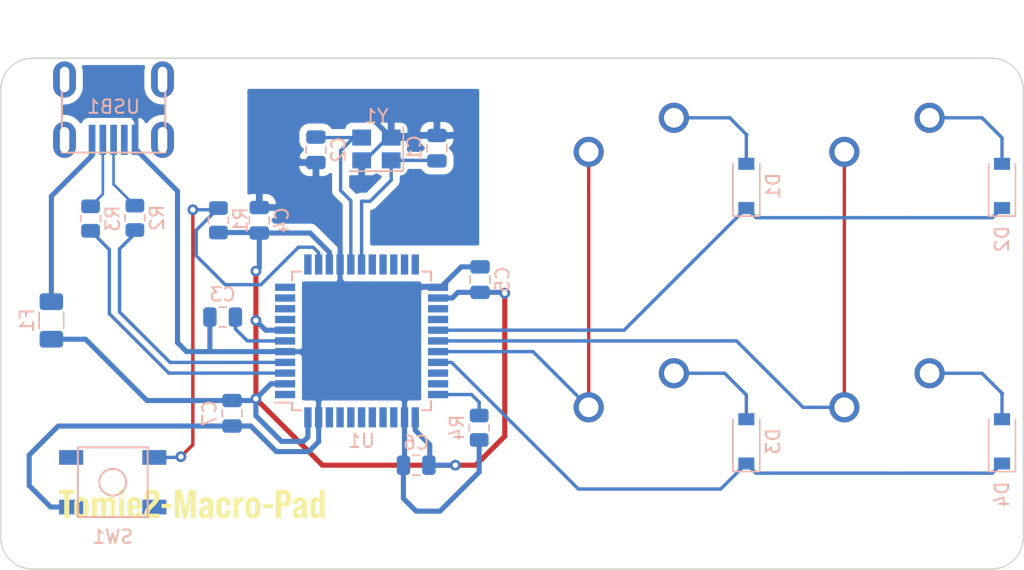
<source format=kicad_pcb>
(kicad_pcb (version 20211014) (generator pcbnew)
  (layers (0 "F.Cu" signal) (31 "B.Cu" signal) (34 "B.Paste" user) (35 "F.Paste" user) (36 "B.SilkS" user "B.Silkscreen") (37 "F.SilkS" user "F.Silkscreen") (38 "B.Mask" user) (39 "F.Mask" user) (44 "Edge.Cuts" user))
  (net 0 "")
  (net 1 "GND")
  (net 2 "Net-(C1-Pad2)")
  (net 3 "Net-(C2-Pad2)")
  (net 4 "Net-(C3-Pad1)")
  (net 5 "+5V")
  (net 6 "ROW0")
  (net 7 "Net-(D1-Pad2)")
  (net 8 "Net-(D2-Pad2)")
  (net 9 "ROW1")
  (net 10 "Net-(D3-Pad2)")
  (net 11 "Net-(D4-Pad2)")
  (net 12 "VCC")
  (net 13 "COL0")
  (net 14 "COL1")
  (net 15 "Net-(R1-Pad2)")
  (net 16 "Net-(R2-Pad1)")
  (net 17 "D+")
  (net 18 "Net-(R3-Pad1)")
  (net 19 "D-")
  (net 20 "Net-(R4-Pad1)")
  (footprint "MX_Only:MXOnly-1U-NoLED" (layer "F.Cu") (at 108.74375 117.475)
    (fp_text reference "MX4")
    (fp_text value "MX-NoLED")
    (pad "" np_thru_hole circle locked (at 5.08 0 48.0996) (size 1.75 1.75) (drill 1.75) (layers *.Cu *.Mask))
    (pad "" np_thru_hole circle locked (at 0 0) (size 3.9878 3.9878) (drill 3.9878) (layers *.Cu *.Mask))
    (pad "" np_thru_hole circle locked (at -5.08 0 48.0996) (size 1.75 1.75) (drill 1.75) (layers *.Cu *.Mask))
    (pad "1" thru_hole circle locked (at -3.81 -2.54) (size 2.25 2.25) (drill 1.47) (layers *.Cu "B.Mask") (net 14 "COL1"))
    (pad "2" thru_hole circle locked (at 2.54 -5.08) (size 2.25 2.25) (drill 1.47) (layers *.Cu "B.Mask") (net 11 "Net-(D4-Pad2)"))
  )
  (footprint "MX_Only:MXOnly-1U-NoLED" (layer "F.Cu") (at 89.69375 98.425)
    (fp_text reference "MX1")
    (fp_text value "MX-NoLED")
    (pad "" np_thru_hole circle locked (at -5.08 0 48.0996) (size 1.75 1.75) (drill 1.75) (layers *.Cu *.Mask))
    (pad "" np_thru_hole circle locked (at 5.08 0 48.0996) (size 1.75 1.75) (drill 1.75) (layers *.Cu *.Mask))
    (pad "" np_thru_hole circle locked (at 0 0) (size 3.9878 3.9878) (drill 3.9878) (layers *.Cu *.Mask))
    (pad "1" thru_hole circle locked (at -3.81 -2.54) (size 2.25 2.25) (drill 1.47) (layers *.Cu "B.Mask") (net 13 "COL0"))
    (pad "2" thru_hole circle locked (at 2.54 -5.08) (size 2.25 2.25) (drill 1.47) (layers *.Cu "B.Mask") (net 7 "Net-(D1-Pad2)"))
  )
  (footprint "MX_Only:MXOnly-1U-NoLED" (layer "F.Cu") (at 89.69375 117.475)
    (fp_text reference "MX3")
    (fp_text value "MX-NoLED")
    (pad "" np_thru_hole circle locked (at -5.08 0 48.0996) (size 1.75 1.75) (drill 1.75) (layers *.Cu *.Mask))
    (pad "" np_thru_hole circle locked (at 5.08 0 48.0996) (size 1.75 1.75) (drill 1.75) (layers *.Cu *.Mask))
    (pad "" np_thru_hole circle locked (at 0 0) (size 3.9878 3.9878) (drill 3.9878) (layers *.Cu *.Mask))
    (pad "1" thru_hole circle locked (at -3.81 -2.54) (size 2.25 2.25) (drill 1.47) (layers *.Cu "B.Mask") (net 13 "COL0"))
    (pad "2" thru_hole circle locked (at 2.54 -5.08) (size 2.25 2.25) (drill 1.47) (layers *.Cu "B.Mask") (net 10 "Net-(D3-Pad2)"))
  )
  (footprint "LOGO" (layer "F.Cu") (at 56.35625 122.2375)
    (fp_text reference "G***" hide)
    (fp_text value "LOGO" hide)
  )
  (footprint "MX_Only:MXOnly-1U-NoLED" (layer "F.Cu") (at 108.74375 98.425)
    (fp_text reference "MX2")
    (fp_text value "MX-NoLED")
    (pad "" np_thru_hole circle locked (at -5.08 0 48.0996) (size 1.75 1.75) (drill 1.75) (layers *.Cu *.Mask))
    (pad "" np_thru_hole circle locked (at 0 0) (size 3.9878 3.9878) (drill 3.9878) (layers *.Cu *.Mask))
    (pad "" np_thru_hole circle locked (at 5.08 0 48.0996) (size 1.75 1.75) (drill 1.75) (layers *.Cu *.Mask))
    (pad "1" thru_hole circle locked (at -3.81 -2.54) (size 2.25 2.25) (drill 1.47) (layers *.Cu "B.Mask") (net 14 "COL1"))
    (pad "2" thru_hole circle locked (at 2.54 -5.08) (size 2.25 2.25) (drill 1.47) (layers *.Cu "B.Mask") (net 8 "Net-(D2-Pad2)"))
  )
  (footprint "Diode_SMD:D_SOD-123" (layer "B.Cu") (at 97.63125 98.425 90)
    (fp_text reference "D1" (at 0 2 90) (layer "B.SilkS") (effects (justify mirror)))
    (fp_text value "SOD-123")
    (pad "1" smd rect (at -1.65 0 90) (size 0.9 1.2) (layers "B.Cu" "B.Paste" "B.Mask") (net 6 "ROW0"))
    (pad "2" smd rect (at 1.65 0 90) (size 0.9 1.2) (layers "B.Cu" "B.Paste" "B.Mask") (net 7 "Net-(D1-Pad2)"))
  )
  (footprint "Resistor_SMD:R_0805_2012Metric" (layer "B.Cu") (at 48.768 100.8615 90)
    (fp_text reference "R3" (at 0 1.65 90) (layer "B.SilkS") (effects (justify mirror)))
    (fp_text value "22")
    (pad "1" smd roundrect (at -0.9125 0 90) (size 1.025 1.4) (layers "B.Cu" "B.Paste" "B.Mask") (roundrect_rratio 0.243902439) (net 18 "Net-(R3-Pad1)"))
    (pad "2" smd roundrect (at 0.9125 0 90) (size 1.025 1.4) (layers "B.Cu" "B.Paste" "B.Mask") (roundrect_rratio 0.243902439) (net 19 "D-"))
  )
  (footprint "Capacitor_SMD:C_0805_2012Metric" (layer "B.Cu") (at 74.576 95.609 -90)
    (fp_text reference "C1" (at 0 1.68 90) (layer "B.SilkS") (effects (justify mirror)))
    (fp_text value "22pF")
    (pad "1" smd roundrect (at -0.95 0 270) (size 1 1.45) (layers "B.Cu" "B.Paste" "B.Mask") (net 1 "GND"))
    (pad "2" smd roundrect (at 0.95 0 270) (size 1 1.45) (layers "B.Cu" "B.Paste" "B.Mask") (net 2 "Net-(C1-Pad2)"))
  )
  (footprint "Diode_SMD:D_SOD-123" (layer "B.Cu") (at 116.68125 98.425 90)
    (fp_text reference "D2" (at -3.96875 0 90) (layer "B.SilkS") (effects (justify mirror)))
    (fp_text value "SOD-123")
    (pad "1" smd rect (at -1.65 0 90) (size 0.9 1.2) (layers "B.Cu" "B.Paste" "B.Mask") (net 6 "ROW0"))
    (pad "2" smd rect (at 1.65 0 90) (size 0.9 1.2) (layers "B.Cu" "B.Paste" "B.Mask") (net 8 "Net-(D2-Pad2)"))
  )
  (footprint "random-keyboard-parts:SKQG-1155865" (layer "B.Cu") (at 50.419 120.523 180)
    (fp_text reference "SW1" (at 0 -4.064) (layer "B.SilkS") (effects (justify mirror)))
    (fp_text value "SW_Push")
    (pad "1" smd rect locked (at 3.1 -1.85 180) (size 1.8 1.1) (layers "B.Cu" "B.Paste" "B.Mask") (net 1 "GND"))
    (pad "2" smd rect locked (at -3.1 1.85 180) (size 1.8 1.1) (layers "B.Cu" "B.Paste" "B.Mask") (net 15 "Net-(R1-Pad2)"))
    (pad "3" smd rect locked (at 3.1 1.85 180) (size 1.8 1.1) (layers "B.Cu" "B.Paste" "B.Mask"))
    (pad "4" smd rect locked (at -3.1 -1.85 180) (size 1.8 1.1) (layers "B.Cu" "B.Paste" "B.Mask"))
  )
  (footprint "Diode_SMD:D_SOD-123" (layer "B.Cu") (at 116.68125 117.475 90)
    (fp_text reference "D4" (at -3.96875 0 90) (layer "B.SilkS") (effects (justify mirror)))
    (fp_text value "SOD-123")
    (pad "1" smd rect (at -1.65 0 90) (size 0.9 1.2) (layers "B.Cu" "B.Paste" "B.Mask") (net 9 "ROW1"))
    (pad "2" smd rect (at 1.65 0 90) (size 0.9 1.2) (layers "B.Cu" "B.Paste" "B.Mask") (net 11 "Net-(D4-Pad2)"))
  )
  (footprint "Capacitor_SMD:C_0805_2012Metric" (layer "B.Cu") (at 59.309 115.382 -90)
    (fp_text reference "C7" (at 0 1.68 90) (layer "B.SilkS") (effects (justify mirror)))
    (fp_text value "10uF")
    (pad "1" smd roundrect (at -0.95 0 270) (size 1 1.45) (layers "B.Cu" "B.Paste" "B.Mask") (net 5 "+5V"))
    (pad "2" smd roundrect (at 0.95 0 270) (size 1 1.45) (layers "B.Cu" "B.Paste" "B.Mask") (net 1 "GND"))
  )
  (footprint "Capacitor_SMD:C_0805_2012Metric" (layer "B.Cu") (at 77.7875 105.4125 90)
    (fp_text reference "C5" (at 0 1.68 90) (layer "B.SilkS") (effects (justify mirror)))
    (fp_text value "0.1uF")
    (pad "1" smd roundrect (at -0.95 0 90) (size 1 1.45) (layers "B.Cu" "B.Paste" "B.Mask") (net 5 "+5V"))
    (pad "2" smd roundrect (at 0.95 0 90) (size 1 1.45) (layers "B.Cu" "B.Paste" "B.Mask") (net 1 "GND"))
  )
  (footprint "random-keyboard-parts:Molex-0548190589" (layer "B.Cu") (at 50.48125 90.4875 -90)
    (fp_text reference "USB1" (at 2.032 0) (layer "B.SilkS") (effects (justify mirror)))
    (fp_text value "Molex-0548190589")
    (pad "1" smd rect locked (at 4.5 -1.6 270) (size 2.25 0.5) (layers "B.Cu" "B.Paste" "B.Mask") (net 1 "GND"))
    (pad "2" smd rect locked (at 4.5 -0.8 270) (size 2.25 0.5) (layers "B.Cu" "B.Paste" "B.Mask"))
    (pad "3" smd rect locked (at 4.5 0 270) (size 2.25 0.5) (layers "B.Cu" "B.Paste" "B.Mask") (net 17 "D+"))
    (pad "4" smd rect locked (at 4.5 0.8 270) (size 2.25 0.5) (layers "B.Cu" "B.Paste" "B.Mask") (net 19 "D-"))
    (pad "5" smd rect locked (at 4.5 1.6 270) (size 2.25 0.5) (layers "B.Cu" "B.Paste" "B.Mask") (net 12 "VCC"))
    (pad "6" thru_hole oval locked (at 4.5 -3.65 270) (size 2.7 1.7) (drill oval 1.9 0.7) (layers *.Cu *.Mask))
    (pad "6" thru_hole oval locked (at 4.5 3.65 270) (size 2.7 1.7) (drill oval 1.9 0.7) (layers *.Cu *.Mask))
    (pad "6" thru_hole oval locked (at 0 3.65 270) (size 2.7 1.7) (drill oval 1.9 0.7) (layers *.Cu *.Mask))
    (pad "6" thru_hole oval locked (at 0 -3.65 270) (size 2.7 1.7) (drill oval 1.9 0.7) (layers *.Cu *.Mask))
  )
  (footprint "Resistor_SMD:R_0805_2012Metric" (layer "B.Cu") (at 58.293 100.9885 90)
    (fp_text reference "R1" (at 0 1.65 90) (layer "B.SilkS") (effects (justify mirror)))
    (fp_text value "10k")
    (pad "1" smd roundrect (at -0.9125 0 90) (size 1.025 1.4) (layers "B.Cu" "B.Paste" "B.Mask") (roundrect_rratio 0.243902439) (net 5 "+5V"))
    (pad "2" smd roundrect (at 0.9125 0 90) (size 1.025 1.4) (layers "B.Cu" "B.Paste" "B.Mask") (roundrect_rratio 0.243902439) (net 15 "Net-(R1-Pad2)"))
  )
  (footprint "Crystal:Crystal_SMD_3225-4Pin_3.2x2.5mm" (layer "B.Cu") (at 70.0675 95.67 180)
    (fp_text reference "Y1" (at 0 2.45) (layer "B.SilkS") (effects (justify mirror)))
    (fp_text value "16MHz")
    (pad "1" smd rect (at -1.1 -0.85 180) (size 1.4 1.2) (layers "B.Cu" "B.Paste" "B.Mask") (net 2 "Net-(C1-Pad2)"))
    (pad "2" smd rect (at 1.1 -0.85 180) (size 1.4 1.2) (layers "B.Cu" "B.Paste" "B.Mask") (net 1 "GND"))
    (pad "3" smd rect (at 1.1 0.85 180) (size 1.4 1.2) (layers "B.Cu" "B.Paste" "B.Mask") (net 3 "Net-(C2-Pad2)"))
    (pad "4" smd rect (at -1.1 0.85 180) (size 1.4 1.2) (layers "B.Cu" "B.Paste" "B.Mask") (net 1 "GND"))
  )
  (footprint "Resistor_SMD:R_0805_2012Metric" (layer "B.Cu") (at 77.724 116.459 -90)
    (fp_text reference "R4" (at 0 1.65 90) (layer "B.SilkS") (effects (justify mirror)))
    (fp_text value "10k")
    (pad "1" smd roundrect (at -0.9125 0 270) (size 1.025 1.4) (layers "B.Cu" "B.Paste" "B.Mask") (roundrect_rratio 0.243902439) (net 20 "Net-(R4-Pad1)"))
    (pad "2" smd roundrect (at 0.9125 0 270) (size 1.025 1.4) (layers "B.Cu" "B.Paste" "B.Mask") (roundrect_rratio 0.243902439) (net 1 "GND"))
  )
  (footprint "Capacitor_SMD:C_0805_2012Metric" (layer "B.Cu") (at 65.559 95.731 90)
    (fp_text reference "C2" (at 0 1.68 90) (layer "B.SilkS") (effects (justify mirror)))
    (fp_text value "22pF")
    (pad "1" smd roundrect (at -0.95 0 90) (size 1 1.45) (layers "B.Cu" "B.Paste" "B.Mask") (net 1 "GND"))
    (pad "2" smd roundrect (at 0.95 0 90) (size 1 1.45) (layers "B.Cu" "B.Paste" "B.Mask") (net 3 "Net-(C2-Pad2)"))
  )
  (footprint "Resistor_SMD:R_0805_2012Metric" (layer "B.Cu") (at 52.07 100.80625 90)
    (fp_text reference "R2" (at 0 1.65 90) (layer "B.SilkS") (effects (justify mirror)))
    (fp_text value "22")
    (pad "1" smd roundrect (at -0.9125 0 90) (size 1.025 1.4) (layers "B.Cu" "B.Paste" "B.Mask") (roundrect_rratio 0.243902439) (net 16 "Net-(R2-Pad1)"))
    (pad "2" smd roundrect (at 0.9125 0 90) (size 1.025 1.4) (layers "B.Cu" "B.Paste" "B.Mask") (roundrect_rratio 0.243902439) (net 17 "D+"))
  )
  (footprint "Capacitor_SMD:C_0805_2012Metric" (layer "B.Cu") (at 58.608 108.204 180)
    (fp_text reference "C3" (at 0 1.68) (layer "B.SilkS") (effects (justify mirror)))
    (fp_text value "1uF")
    (pad "1" smd roundrect (at -0.95 0 180) (size 1 1.45) (layers "B.Cu" "B.Paste" "B.Mask") (net 4 "Net-(C3-Pad1)"))
    (pad "2" smd roundrect (at 0.95 0 180) (size 1 1.45) (layers "B.Cu" "B.Paste" "B.Mask") (net 1 "GND"))
  )
  (footprint "Capacitor_SMD:C_0805_2012Metric" (layer "B.Cu") (at 73.0275 119.2555 180)
    (fp_text reference "C6" (at 0 1.68) (layer "B.SilkS") (effects (justify mirror)))
    (fp_text value "0.1uF")
    (pad "1" smd roundrect (at -0.95 0 180) (size 1 1.45) (layers "B.Cu" "B.Paste" "B.Mask") (net 5 "+5V"))
    (pad "2" smd roundrect (at 0.95 0 180) (size 1 1.45) (layers "B.Cu" "B.Paste" "B.Mask") (net 1 "GND"))
  )
  (footprint "Package_QFP:TQFP-44_10x10mm_P0.8mm" (layer "B.Cu") (at 68.961 109.9845)
    (fp_text reference "U1" (at 0 7.45) (layer "B.SilkS") (effects (justify mirror)))
    (fp_text value "ATmega32U4-A")
    (pad "1" smd rect (at -5.7 4) (size 1.5 0.55) (layers "B.Cu" "B.Paste" "B.Mask"))
    (pad "2" smd rect (at -5.7 3.2) (size 1.5 0.55) (layers "B.Cu" "B.Paste" "B.Mask") (net 5 "+5V"))
    (pad "3" smd rect (at -5.7 2.4) (size 1.5 0.55) (layers "B.Cu" "B.Paste" "B.Mask") (net 18 "Net-(R3-Pad1)"))
    (pad "4" smd rect (at -5.7 1.6) (size 1.5 0.55) (layers "B.Cu" "B.Paste" "B.Mask") (net 16 "Net-(R2-Pad1)"))
    (pad "5" smd rect (at -5.7 0.8) (size 1.5 0.55) (layers "B.Cu" "B.Paste" "B.Mask") (net 1 "GND"))
    (pad "6" smd rect (at -5.7 0) (size 1.5 0.55) (layers "B.Cu" "B.Paste" "B.Mask") (net 4 "Net-(C3-Pad1)"))
    (pad "7" smd rect (at -5.7 -0.8) (size 1.5 0.55) (layers "B.Cu" "B.Paste" "B.Mask") (net 5 "+5V"))
    (pad "8" smd rect (at -5.7 -1.6) (size 1.5 0.55) (layers "B.Cu" "B.Paste" "B.Mask"))
    (pad "9" smd rect (at -5.7 -2.4) (size 1.5 0.55) (layers "B.Cu" "B.Paste" "B.Mask"))
    (pad "10" smd rect (at -5.7 -3.2) (size 1.5 0.55) (layers "B.Cu" "B.Paste" "B.Mask"))
    (pad "11" smd rect (at -5.7 -4) (size 1.5 0.55) (layers "B.Cu" "B.Paste" "B.Mask"))
    (pad "12" smd rect (at -4 -5.7 270) (size 1.5 0.55) (layers "B.Cu" "B.Paste" "B.Mask"))
    (pad "13" smd rect (at -3.2 -5.7 270) (size 1.5 0.55) (layers "B.Cu" "B.Paste" "B.Mask") (net 15 "Net-(R1-Pad2)"))
    (pad "14" smd rect (at -2.4 -5.7 270) (size 1.5 0.55) (layers "B.Cu" "B.Paste" "B.Mask") (net 5 "+5V"))
    (pad "15" smd rect (at -1.6 -5.7 270) (size 1.5 0.55) (layers "B.Cu" "B.Paste" "B.Mask") (net 1 "GND"))
    (pad "16" smd rect (at -0.8 -5.7 270) (size 1.5 0.55) (layers "B.Cu" "B.Paste" "B.Mask") (net 3 "Net-(C2-Pad2)"))
    (pad "17" smd rect (at 0 -5.7 270) (size 1.5 0.55) (layers "B.Cu" "B.Paste" "B.Mask") (net 2 "Net-(C1-Pad2)"))
    (pad "18" smd rect (at 0.8 -5.7 270) (size 1.5 0.55) (layers "B.Cu" "B.Paste" "B.Mask"))
    (pad "19" smd rect (at 1.6 -5.7 270) (size 1.5 0.55) (layers "B.Cu" "B.Paste" "B.Mask"))
    (pad "20" smd rect (at 2.4 -5.7 270) (size 1.5 0.55) (layers "B.Cu" "B.Paste" "B.Mask"))
    (pad "21" smd rect (at 3.2 -5.7 270) (size 1.5 0.55) (layers "B.Cu" "B.Paste" "B.Mask"))
    (pad "22" smd rect (at 4 -5.7 270) (size 1.5 0.55) (layers "B.Cu" "B.Paste" "B.Mask"))
    (pad "23" smd rect (at 5.7 -4) (size 1.5 0.55) (layers "B.Cu" "B.Paste" "B.Mask") (net 1 "GND"))
    (pad "24" smd rect (at 5.7 -3.2) (size 1.5 0.55) (layers "B.Cu" "B.Paste" "B.Mask") (net 5 "+5V"))
    (pad "25" smd rect (at 5.7 -2.4) (size 1.5 0.55) (layers "B.Cu" "B.Paste" "B.Mask"))
    (pad "26" smd rect (at 5.7 -1.6) (size 1.5 0.55) (layers "B.Cu" "B.Paste" "B.Mask"))
    (pad "27" smd rect (at 5.7 -0.8) (size 1.5 0.55) (layers "B.Cu" "B.Paste" "B.Mask") (net 6 "ROW0"))
    (pad "28" smd rect (at 5.7 0) (size 1.5 0.55) (layers "B.Cu" "B.Paste" "B.Mask") (net 14 "COL1"))
    (pad "29" smd rect (at 5.7 0.8) (size 1.5 0.55) (layers "B.Cu" "B.Paste" "B.Mask") (net 13 "COL0"))
    (pad "30" smd rect (at 5.7 1.6) (size 1.5 0.55) (layers "B.Cu" "B.Paste" "B.Mask") (net 9 "ROW1"))
    (pad "31" smd rect (at 5.7 2.4) (size 1.5 0.55) (layers "B.Cu" "B.Paste" "B.Mask"))
    (pad "32" smd rect (at 5.7 3.2) (size 1.5 0.55) (layers "B.Cu" "B.Paste" "B.Mask"))
    (pad "33" smd rect (at 5.7 4) (size 1.5 0.55) (layers "B.Cu" "B.Paste" "B.Mask") (net 20 "Net-(R4-Pad1)"))
    (pad "34" smd rect (at 4 5.7 270) (size 1.5 0.55) (layers "B.Cu" "B.Paste" "B.Mask") (net 5 "+5V"))
    (pad "35" smd rect (at 3.2 5.7 270) (size 1.5 0.55) (layers "B.Cu" "B.Paste" "B.Mask") (net 1 "GND"))
    (pad "36" smd rect (at 2.4 5.7 270) (size 1.5 0.55) (layers "B.Cu" "B.Paste" "B.Mask"))
    (pad "37" smd rect (at 1.6 5.7 270) (size 1.5 0.55) (layers "B.Cu" "B.Paste" "B.Mask"))
    (pad "38" smd rect (at 0.8 5.7 270) (size 1.5 0.55) (layers "B.Cu" "B.Paste" "B.Mask"))
    (pad "39" smd rect (at 0 5.7 270) (size 1.5 0.55) (layers "B.Cu" "B.Paste" "B.Mask"))
    (pad "40" smd rect (at -0.8 5.7 270) (size 1.5 0.55) (layers "B.Cu" "B.Paste" "B.Mask"))
    (pad "41" smd rect (at -1.6 5.7 270) (size 1.5 0.55) (layers "B.Cu" "B.Paste" "B.Mask"))
    (pad "42" smd rect (at -2.4 5.7 270) (size 1.5 0.55) (layers "B.Cu" "B.Paste" "B.Mask"))
    (pad "43" smd rect (at -3.2 5.7 270) (size 1.5 0.55) (layers "B.Cu" "B.Paste" "B.Mask") (net 1 "GND"))
    (pad "44" smd rect (at -4 5.7 270) (size 1.5 0.55) (layers "B.Cu" "B.Paste" "B.Mask") (net 5 "+5V"))
  )
  (footprint "Diode_SMD:D_SOD-123" (layer "B.Cu") (at 97.63125 117.475 90)
    (fp_text reference "D3" (at 0 2 90) (layer "B.SilkS") (effects (justify mirror)))
    (fp_text value "SOD-123")
    (pad "1" smd rect (at -1.65 0 90) (size 0.9 1.2) (layers "B.Cu" "B.Paste" "B.Mask") (net 9 "ROW1"))
    (pad "2" smd rect (at 1.65 0 90) (size 0.9 1.2) (layers "B.Cu" "B.Paste" "B.Mask") (net 10 "Net-(D3-Pad2)"))
  )
  (footprint "Fuse:Fuse_1206_3216Metric" (layer "B.Cu") (at 45.847 108.458 -90)
    (fp_text reference "F1" (at 0 1.82 90) (layer "B.SilkS") (effects (justify mirror)))
    (fp_text value "500mA")
    (pad "1" smd roundrect (at -1.4 0 270) (size 1.25 1.75) (layers "B.Cu" "B.Paste" "B.Mask") (roundrect_rratio 0.2) (net 12 "VCC"))
    (pad "2" smd roundrect (at 1.4 0 270) (size 1.25 1.75) (layers "B.Cu" "B.Paste" "B.Mask") (roundrect_rratio 0.2) (net 5 "+5V"))
  )
  (footprint "Capacitor_SMD:C_0805_2012Metric" (layer "B.Cu") (at 61.341 100.9885 90)
    (fp_text reference "C4" (at 0 1.68 90) (layer "B.SilkS") (effects (justify mirror)))
    (fp_text value "0.1uF")
    (pad "1" smd roundrect (at -0.95 0 90) (size 1 1.45) (layers "B.Cu" "B.Paste" "B.Mask") (net 5 "+5V"))
    (pad "2" smd roundrect (at 0.95 0 90) (size 1 1.45) (layers "B.Cu" "B.Paste" "B.Mask") (net 1 "GND"))
  )
  (gr_arc (start 118.26875 124.61875) (mid 117.571298 126.302548) (end 115.8875 127) (layer "Edge.Cuts") (width 0.1))
  (gr_line (start 42.06875 91.28125) (end 42.06875 124.61875) (layer "Edge.Cuts") (width 0.1))
  (gr_line (start 118.26875 91.28125) (end 118.26875 124.61875) (layer "Edge.Cuts") (width 0.1))
  (gr_line (start 115.8875 88.9) (end 44.45 88.9) (layer "Edge.Cuts") (width 0.1))
  (gr_arc (start 44.45 127) (mid 42.766202 126.302548) (end 42.06875 124.61875) (layer "Edge.Cuts") (width 0.1))
  (gr_arc (start 115.8875 88.9) (mid 117.571298 89.597452) (end 118.26875 91.28125) (layer "Edge.Cuts") (width 0.1))
  (gr_line (start 115.8875 127) (end 44.45 127) (layer "Edge.Cuts") (width 0.1))
  (gr_arc (start 42.06875 91.28125) (mid 42.766202 89.597452) (end 44.45 88.9) (layer "Edge.Cuts") (width 0.1))
  (segment (start 62.611 118.237) (end 65.024 118.237) (width 0.381) (layer "B.Cu") (net 1))
  (segment (start 77.724 117.3715) (end 77.724 119.761) (width 0.381) (layer "B.Cu") (net 1))
  (segment (start 65.024 118.237) (end 65.761 117.5) (width 0.381) (layer "B.Cu") (net 1))
  (segment (start 71.247 112.014) (end 71.145 112.116) (width 0.381) (layer "B.Cu") (net 1))
  (segment (start 57.60325 110.7845) (end 63.261 110.7845) (width 0.381) (layer "B.Cu") (net 1))
  (segment (start 63.5905 95.7945) (end 63.5905 94.1435) (width 0.381) (layer "B.Cu") (net 1))
  (segment (start 64.4295 110.7845) (end 65.761 112.116) (width 0.381) (layer "B.Cu") (net 1))
  (segment (start 65.559 96.681) (end 65.559 98.071) (width 0.381) (layer "B.Cu") (net 1))
  (segment (start 52.08125 94.9875) (end 52.08125 95.64225) (width 0.381) (layer "B.Cu") (net 1))
  (segment (start 45.792 122.373) (end 44.196 120.777) (width 0.381) (layer "B.Cu") (net 1))
  (segment (start 71.247 107.061) (end 72.3235 105.9845) (width 0.381) (layer "B.Cu") (net 1))
  (segment (start 72.161 113.182) (end 72.161 115.6845) (width 0.381) (layer "B.Cu") (net 1))
  (segment (start 52.08125 95.64225) (end 55.245 98.806) (width 0.381) (layer "B.Cu") (net 1))
  (segment (start 69.602 93.2545) (end 71.1675 94.82) (width 0.381) (layer "B.Cu") (net 1))
  (segment (start 59.309 116.332) (end 60.706 116.332) (width 0.381) (layer "B.Cu") (net 1))
  (segment (start 63.5905 94.1435) (end 64.4795 93.2545) (width 0.381) (layer "B.Cu") (net 1))
  (segment (start 74.803 122.682) (end 73.025 122.682) (width 0.381) (layer "B.Cu") (net 1))
  (segment (start 74.8635 105.9845) (end 74.661 105.9845) (width 0.381) (layer "B.Cu") (net 1))
  (segment (start 67.361 105.461) (end 68.961 107.061) (width 0.381) (layer "B.Cu") (net 1))
  (segment (start 71.145 112.166) (end 72.161 113.182) (width 0.381) (layer "B.Cu") (net 1))
  (segment (start 72.161 115.6845) (end 72.161 119.172) (width 0.381) (layer "B.Cu") (net 1))
  (segment (start 64.4785 100.0385) (end 61.341 100.0385) (width 0.381) (layer "B.Cu") (net 1))
  (segment (start 60.706 116.332) (end 62.611 118.237) (width 0.381) (layer "B.Cu") (net 1))
  (segment (start 71.3285 94.659) (end 71.1675 94.82) (width 0.381) (layer "B.Cu") (net 1))
  (segment (start 67.361 104.2845) (end 67.361 102.921) (width 0.381) (layer "B.Cu") (net 1))
  (segment (start 64.4795 93.2545) (end 69.602 93.2545) (width 0.381) (layer "B.Cu") (net 1))
  (segment (start 57.658 110.72975) (end 57.60325 110.7845) (width 0.381) (layer "B.Cu") (net 1))
  (segment (start 63.261 110.7845) (end 64.4295 110.7845) (width 0.381) (layer "B.Cu") (net 1))
  (segment (start 77.7875 104.4625) (end 76.3855 104.4625) (width 0.381) (layer "B.Cu") (net 1))
  (segment (start 65.761 117.5) (end 65.761 115.6845) (width 0.381) (layer "B.Cu") (net 1))
  (segment (start 55.9205 110.7845) (end 57.60325 110.7845) (width 0.381) (layer "B.Cu") (net 1))
  (segment (start 55.245 98.806) (end 55.245 110.109) (width 0.381) (layer "B.Cu") (net 1))
  (segment (start 74.576 94.659) (end 71.3285 94.659) (width 0.381) (layer "B.Cu") (net 1))
  (segment (start 67.361 104.2845) (end 67.361 105.461) (width 0.381) (layer "B.Cu") (net 1))
  (segment (start 68.961 107.061) (end 71.247 107.061) (width 0.381) (layer "B.Cu") (net 1))
  (segment (start 77.724 119.761) (end 74.803 122.682) (width 0.381) (layer "B.Cu") (net 1))
  (segment (start 71.247 107.061) (end 71.247 112.014) (width 0.381) (layer "B.Cu") (net 1))
  (segment (start 67.361 102.921) (end 64.4785 100.0385) (width 0.381) (layer "B.Cu") (net 1))
  (segment (start 69.215 96.52) (end 68.9675 96.52) (width 0.381) (layer "B.Cu") (net 1))
  (segment (start 72.3235 105.9845) (end 74.661 105.9845) (width 0.381) (layer "B.Cu") (net 1))
  (segment (start 76.3855 104.4625) (end 74.8635 105.9845) (width 0.381) (layer "B.Cu") (net 1))
  (segment (start 44.196 118.491) (end 46.355 116.332) (width 0.381) (layer "B.Cu") (net 1))
  (segment (start 72.161 119.172) (end 72.0775 119.2555) (width 0.381) (layer "B.Cu") (net 1))
  (segment (start 55.245 110.109) (end 55.9205 110.7845) (width 0.381) (layer "B.Cu") (net 1))
  (segment (start 71.145 112.116) (end 65.761 112.116) (width 0.381) (layer "B.Cu") (net 1))
  (segment (start 71.145 112.116) (end 71.145 112.166) (width 0.381) (layer "B.Cu") (net 1))
  (segment (start 67.361 99.873) (end 67.361 104.2845) (width 0.381) (layer "B.Cu") (net 1))
  (segment (start 70.915 94.82) (end 69.215 96.52) (width 0.254) (layer "B.Cu") (net 1))
  (segment (start 65.559 98.071) (end 67.361 99.873) (width 0.381) (layer "B.Cu") (net 1))
  (segment (start 65.559 96.681) (end 64.477 96.681) (width 0.381) (layer "B.Cu") (net 1))
  (segment (start 44.196 120.777) (end 44.196 118.491) (width 0.381) (layer "B.Cu") (net 1))
  (segment (start 57.658 108.204) (end 57.658 110.72975) (width 0.381) (layer "B.Cu") (net 1))
  (segment (start 46.355 116.332) (end 59.309 116.332) (width 0.381) (layer "B.Cu") (net 1))
  (segment (start 73.025 122.682) (end 72.0775 121.7345) (width 0.381) (layer "B.Cu") (net 1))
  (segment (start 64.477 96.681) (end 63.5905 95.7945) (width 0.381) (layer "B.Cu") (net 1))
  (segment (start 65.761 112.116) (end 65.761 115.6845) (width 0.381) (layer "B.Cu") (net 1))
  (segment (start 47.319 122.373) (end 45.792 122.373) (width 0.381) (layer "B.Cu") (net 1))
  (segment (start 71.1675 94.82) (end 70.915 94.82) (width 0.381) (layer "B.Cu") (net 1))
  (segment (start 72.0775 121.7345) (end 72.0775 119.2555) (width 0.381) (layer "B.Cu") (net 1))
  (segment (start 71.1675 96.52) (end 74.537 96.52) (width 0.254) (layer "B.Cu") (net 2))
  (segment (start 69.596 99.568) (end 68.961 99.568) (width 0.254) (layer "B.Cu") (net 2))
  (segment (start 71.1675 96.52) (end 71.1675 97.9965) (width 0.254) (layer "B.Cu") (net 2))
  (segment (start 68.961 99.568) (end 68.961 104.2845) (width 0.254) (layer "B.Cu") (net 2))
  (segment (start 74.537 96.52) (end 74.576 96.559) (width 0.254) (layer "B.Cu") (net 2))
  (segment (start 71.1675 97.9965) (end 69.596 99.568) (width 0.254) (layer "B.Cu") (net 2))
  (segment (start 67.4005 95.7945) (end 67.4005 98.7695) (width 0.254) (layer "B.Cu") (net 3))
  (segment (start 68.161 99.53) (end 68.161 104.2845) (width 0.254) (layer "B.Cu") (net 3))
  (segment (start 65.598 94.82) (end 68.9675 94.82) (width 0.254) (layer "B.Cu") (net 3))
  (segment (start 68.375 94.82) (end 67.4005 95.7945) (width 0.254) (layer "B.Cu") (net 3))
  (segment (start 68.9675 94.82) (end 68.375 94.82) (width 0.254) (layer "B.Cu") (net 3))
  (segment (start 65.559 94.781) (end 65.598 94.82) (width 0.254) (layer "B.Cu") (net 3))
  (segment (start 67.4005 98.7695) (end 68.161 99.53) (width 0.254) (layer "B.Cu") (net 3))
  (segment (start 59.558 108.204) (end 59.558 109.088) (width 0.254) (layer "B.Cu") (net 4))
  (segment (start 59.558 109.088) (end 60.4545 109.9845) (width 0.254) (layer "B.Cu") (net 4))
  (segment (start 60.4545 109.9845) (end 63.261 109.9845) (width 0.254) (layer "B.Cu") (net 4))
  (segment (start 66.04 119.253) (end 75.946 119.253) (width 0.381) (layer "F.Cu") (net 5))
  (segment (start 61.087 114.3) (end 66.04 119.253) (width 0.381) (layer "F.Cu") (net 5))
  (segment (start 79.629 117.094) (end 79.629 106.426) (width 0.381) (layer "F.Cu") (net 5))
  (segment (start 61.087 104.775) (end 61.087 108.458) (width 0.381) (layer "F.Cu") (net 5))
  (segment (start 77.47 119.253) (end 79.629 117.094) (width 0.381) (layer "F.Cu") (net 5))
  (segment (start 75.946 119.253) (end 77.47 119.253) (width 0.381) (layer "F.Cu") (net 5))
  (segment (start 61.087 108.458) (end 61.087 114.3) (width 0.381) (layer "F.Cu") (net 5))
  (via (at 75.946 119.253) (size 0.8) (drill 0.4) (layers "F.Cu" "B.Cu") (net 5))
  (via (at 61.087 104.775) (size 0.8) (drill 0.4) (layers "F.Cu" "B.Cu") (net 5))
  (via (at 61.087 114.3) (size 0.8) (drill 0.4) (layers "F.Cu" "B.Cu") (net 5))
  (via (at 79.629 106.426) (size 0.8) (drill 0.4) (layers "F.Cu" "B.Cu") (net 5))
  (via (at 61.087 108.458) (size 0.8) (drill 0.4) (layers "F.Cu" "B.Cu") (net 5))
  (segment (start 60.955 114.432) (end 61.087 114.3) (width 0.381) (layer "B.Cu") (net 5))
  (segment (start 62.992 117.475) (end 64.643 117.475) (width 0.381) (layer "B.Cu") (net 5))
  (segment (start 61.3035 101.901) (end 61.341 101.9385) (width 0.381) (layer "B.Cu") (net 5))
  (segment (start 77.7875 106.3625) (end 79.5655 106.3625) (width 0.381) (layer "B.Cu") (net 5))
  (segment (start 74.041 117.729) (end 74.041 119.192) (width 0.381) (layer "B.Cu") (net 5))
  (segment (start 74.041 119.192) (end 73.9775 119.2555) (width 0.381) (layer "B.Cu") (net 5))
  (segment (start 75.7145 106.7845) (end 74.661 106.7845) (width 0.381) (layer "B.Cu") (net 5))
  (segment (start 66.561 103.3705) (end 66.561 104.2845) (width 0.381) (layer "B.Cu") (net 5))
  (segment (start 61.341 101.9385) (end 65.129 101.9385) (width 0.381) (layer "B.Cu") (net 5))
  (segment (start 45.847 109.858) (end 48.257 109.858) (width 0.381) (layer "B.Cu") (net 5))
  (segment (start 61.087 114.3) (end 61.087 115.57) (width 0.381) (layer "B.Cu") (net 5))
  (segment (start 72.961 116.649) (end 74.041 117.729) (width 0.381) (layer "B.Cu") (net 5))
  (segment (start 48.257 109.858) (end 48.26 109.855) (width 0.381) (layer "B.Cu") (net 5))
  (segment (start 61.087 114.3) (end 62.2025 113.1845) (width 0.381) (layer "B.Cu") (net 5))
  (segment (start 61.8135 109.1845) (end 61.087 108.458) (width 0.381) (layer "B.Cu") (net 5))
  (segment (start 79.5655 106.3625) (end 79.629 106.426) (width 0.381) (layer "B.Cu") (net 5))
  (segment (start 65.129 101.9385) (end 66.561 103.3705) (width 0.381) (layer "B.Cu") (net 5))
  (segment (start 61.341 101.9385) (end 61.341 104.521) (width 0.381) (layer "B.Cu") (net 5))
  (segment (start 63.261 109.1845) (end 61.8135 109.1845) (width 0.381) (layer "B.Cu") (net 5))
  (segment (start 64.961 117.157) (end 64.961 115.6845) (width 0.381) (layer "B.Cu") (net 5))
  (segment (start 75.9435 119.2555) (end 75.946 119.253) (width 0.381) (layer "B.Cu") (net 5))
  (segment (start 48.26 109.855) (end 48.387 109.855) (width 0.381) (layer "B.Cu") (net 5))
  (segment (start 48.387 109.855) (end 52.964 114.432) (width 0.381) (layer "B.Cu") (net 5))
  (segment (start 61.341 104.521) (end 61.087 104.775) (width 0.381) (layer "B.Cu") (net 5))
  (segment (start 61.087 115.57) (end 62.992 117.475) (width 0.381) (layer "B.Cu") (net 5))
  (segment (start 73.9775 119.2555) (end 75.9435 119.2555) (width 0.381) (layer "B.Cu") (net 5))
  (segment (start 58.293 101.901) (end 61.3035 101.901) (width 0.381) (layer "B.Cu") (net 5))
  (segment (start 77.7875 106.3625) (end 76.1365 106.3625) (width 0.381) (layer "B.Cu") (net 5))
  (segment (start 64.643 117.475) (end 64.961 117.157) (width 0.381) (layer "B.Cu") (net 5))
  (segment (start 59.309 114.432) (end 60.955 114.432) (width 0.381) (layer "B.Cu") (net 5))
  (segment (start 62.2025 113.1845) (end 63.261 113.1845) (width 0.381) (layer "B.Cu") (net 5))
  (segment (start 76.1365 106.3625) (end 75.7145 106.7845) (width 0.381) (layer "B.Cu") (net 5))
  (segment (start 52.964 114.432) (end 59.309 114.432) (width 0.381) (layer "B.Cu") (net 5))
  (segment (start 72.961 115.6845) (end 72.961 116.649) (width 0.381) (layer "B.Cu") (net 5))
  (segment (start 115.960349 100.795901) (end 116.68125 100.075) (width 0.254) (layer "B.Cu") (net 6))
  (segment (start 97.63125 100.075) (end 98.352151 100.795901) (width 0.254) (layer "B.Cu") (net 6))
  (segment (start 97.63125 100.075) (end 88.52175 109.1845) (width 0.254) (layer "B.Cu") (net 6))
  (segment (start 98.352151 100.795901) (end 115.960349 100.795901) (width 0.254) (layer "B.Cu") (net 6))
  (segment (start 88.52175 109.1845) (end 74.661 109.1845) (width 0.254) (layer "B.Cu") (net 6))
  (segment (start 97.663 94.615) (end 96.393 93.345) (width 0.254) (layer "B.Cu") (net 7))
  (segment (start 97.63125 96.775) (end 97.63125 94.64675) (width 0.254) (layer "B.Cu") (net 7))
  (segment (start 97.63125 94.64675) (end 97.663 94.615) (width 0.254) (layer "B.Cu") (net 7))
  (segment (start 96.393 93.345) (end 92.23375 93.345) (width 0.254) (layer "B.Cu") (net 7))
  (segment (start 115.189 93.345) (end 111.28375 93.345) (width 0.254) (layer "B.Cu") (net 8))
  (segment (start 116.68125 94.83725) (end 115.189 93.345) (width 0.254) (layer "B.Cu") (net 8))
  (segment (start 116.68125 96.775) (end 116.68125 94.83725) (width 0.254) (layer "B.Cu") (net 8))
  (segment (start 97.63125 119.125) (end 98.352151 119.845901) (width 0.254) (layer "B.Cu") (net 9))
  (segment (start 74.661 111.5845) (end 75.665 111.5845) (width 0.254) (layer "B.Cu") (net 9))
  (segment (start 75.665 111.5845) (end 85.1115 121.031) (width 0.254) (layer "B.Cu") (net 9))
  (segment (start 85.1115 121.031) (end 95.72525 121.031) (width 0.254) (layer "B.Cu") (net 9))
  (segment (start 115.960349 119.845901) (end 116.68125 119.125) (width 0.254) (layer "B.Cu") (net 9))
  (segment (start 95.72525 121.031) (end 97.63125 119.125) (width 0.254) (layer "B.Cu") (net 9))
  (segment (start 98.352151 119.845901) (end 115.960349 119.845901) (width 0.254) (layer "B.Cu") (net 9))
  (segment (start 97.63125 114.01425) (end 96.012 112.395) (width 0.254) (layer "B.Cu") (net 10))
  (segment (start 97.63125 115.825) (end 97.63125 114.01425) (width 0.254) (layer "B.Cu") (net 10))
  (segment (start 96.012 112.395) (end 92.23375 112.395) (width 0.254) (layer "B.Cu") (net 10))
  (segment (start 115.189 112.395) (end 111.28375 112.395) (width 0.254) (layer "B.Cu") (net 11))
  (segment (start 116.68125 113.95075) (end 116.713 113.919) (width 0.254) (layer "B.Cu") (net 11))
  (segment (start 116.713 113.919) (end 115.189 112.395) (width 0.254) (layer "B.Cu") (net 11))
  (segment (start 116.68125 115.825) (end 116.68125 113.95075) (width 0.254) (layer "B.Cu") (net 11))
  (segment (start 48.88125 96.15275) (end 45.847 99.187) (width 0.381) (layer "B.Cu") (net 12))
  (segment (start 48.88125 94.9875) (end 48.88125 96.15275) (width 0.381) (layer "B.Cu") (net 12))
  (segment (start 45.847 99.187) (end 45.847 107.058) (width 0.381) (layer "B.Cu") (net 12))
  (segment (start 85.88375 95.885) (end 85.88375 114.935) (width 0.254) (layer "F.Cu") (net 13))
  (segment (start 85.88375 114.935) (end 81.73325 110.7845) (width 0.254) (layer "B.Cu") (net 13))
  (segment (start 81.73325 110.7845) (end 74.661 110.7845) (width 0.254) (layer "B.Cu") (net 13))
  (segment (start 104.93375 95.885) (end 104.93375 114.935) (width 0.254) (layer "F.Cu") (net 14))
  (segment (start 104.93375 114.935) (end 101.854 114.935) (width 0.254) (layer "B.Cu") (net 14))
  (segment (start 96.9035 109.9845) (end 74.661 109.9845) (width 0.254) (layer "B.Cu") (net 14))
  (segment (start 101.854 114.935) (end 96.9035 109.9845) (width 0.254) (layer "B.Cu") (net 14))
  (segment (start 56.388 100.203) (end 56.388 117.729) (width 0.254) (layer "F.Cu") (net 15))
  (segment (start 56.388 117.729) (end 55.499 118.618) (width 0.254) (layer "F.Cu") (net 15))
  (via (at 56.388 100.203) (size 0.8) (drill 0.4) (layers "F.Cu" "B.Cu") (net 15))
  (via (at 55.499 118.618) (size 0.8) (drill 0.4) (layers "F.Cu" "B.Cu") (net 15))
  (segment (start 56.642 103.632) (end 58.801 105.791) (width 0.254) (layer "B.Cu") (net 15))
  (segment (start 58.801 105.791) (end 61.468 105.791) (width 0.254) (layer "B.Cu") (net 15))
  (segment (start 58.166 100.203) (end 58.293 100.076) (width 0.254) (layer "B.Cu") (net 15))
  (segment (start 64.262 102.997) (end 65.3525 102.997) (width 0.254) (layer "B.Cu") (net 15))
  (segment (start 56.642 101.727) (end 56.642 103.632) (width 0.254) (layer "B.Cu") (net 15))
  (segment (start 56.388 100.203) (end 58.166 100.203) (width 0.254) (layer "B.Cu") (net 15))
  (segment (start 53.519 118.673) (end 55.19 118.673) (width 0.254) (layer "B.Cu") (net 15))
  (segment (start 65.3525 102.997) (end 65.761 103.4055) (width 0.254) (layer "B.Cu") (net 15))
  (segment (start 61.468 105.791) (end 64.262 102.997) (width 0.254) (layer "B.Cu") (net 15))
  (segment (start 65.761 103.4055) (end 65.761 104.2845) (width 0.254) (layer "B.Cu") (net 15))
  (segment (start 55.19 118.673) (end 55.245 118.618) (width 0.254) (layer "B.Cu") (net 15))
  (segment (start 58.293 100.076) (end 56.642 101.727) (width 0.254) (layer "B.Cu") (net 15))
  (segment (start 55.245 118.618) (end 55.499 118.618) (width 0.254) (layer "B.Cu") (net 15))
  (segment (start 50.927 103.124) (end 50.927 107.823) (width 0.254) (layer "B.Cu") (net 16))
  (segment (start 52.07 101.71875) (end 52.07 101.981) (width 0.254) (layer "B.Cu") (net 16))
  (segment (start 50.927 107.823) (end 54.6885 111.5845) (width 0.254) (layer "B.Cu") (net 16))
  (segment (start 54.6885 111.5845) (end 63.261 111.5845) (width 0.254) (layer "B.Cu") (net 16))
  (segment (start 52.07 101.981) (end 50.927 103.124) (width 0.254) (layer "B.Cu") (net 16))
  (segment (start 50.48125 94.9875) (end 50.48125 98.305) (width 0.2) (layer "B.Cu") (net 17))
  (segment (start 50.48125 98.305) (end 52.07 99.89375) (width 0.2) (layer "B.Cu") (net 17))
  (segment (start 54.61 112.395) (end 54.6205 112.3845) (width 0.254) (layer "B.Cu") (net 18))
  (segment (start 50.165 103.171) (end 50.165 107.95) (width 0.254) (layer "B.Cu") (net 18))
  (segment (start 50.165 107.95) (end 54.61 112.395) (width 0.254) (layer "B.Cu") (net 18))
  (segment (start 48.768 101.774) (end 50.165 103.171) (width 0.254) (layer "B.Cu") (net 18))
  (segment (start 54.6205 112.3845) (end 63.261 112.3845) (width 0.254) (layer "B.Cu") (net 18))
  (segment (start 49.68125 99.03575) (end 48.768 99.949) (width 0.2) (layer "B.Cu") (net 19))
  (segment (start 49.68125 94.9875) (end 49.68125 99.03575) (width 0.2) (layer "B.Cu") (net 19))
  (segment (start 77.724 114.554) (end 77.1545 113.9845) (width 0.254) (layer "B.Cu") (net 20))
  (segment (start 77.724 115.5465) (end 77.724 114.554) (width 0.254) (layer "B.Cu") (net 20))
  (segment (start 77.1545 113.9845) (end 74.661 113.9845) (width 0.254) (layer "B.Cu") (net 20))
  (zone (net 1) (net_name "GND") (layer "B.Cu") (connect_pads (clearance 0.508)) (min_thickness 0.254) (fill yes (thermal_gap 0.508) (thermal_bridge_width 0.508))
    (polygon (pts (xy 54.356 88.646) (xy 54.354256 96.027747) (xy 46.606915 96.04957) (xy 46.735659 88.540823)))
  )
  (zone (net 1) (net_name "GND") (layer "B.Cu") (connect_pads (clearance 0.508)) (min_thickness 0.254) (fill yes (thermal_gap 0.508) (thermal_bridge_width 0.508))
    (polygon (pts (xy 74.041 115.062) (xy 63.881 115.062) (xy 63.881 104.902) (xy 74.041 104.902)))
  )
  (zone (net 1) (net_name "GND") (layer "B.Cu") (connect_pads (clearance 0.508)) (min_thickness 0.254) (fill yes (thermal_gap 0.508) (thermal_bridge_width 0.508))
    (polygon (pts (xy 77.724 102.87) (xy 60.452 102.87) (xy 60.452 91.186) (xy 77.724 91.186)))
  )
)
</source>
